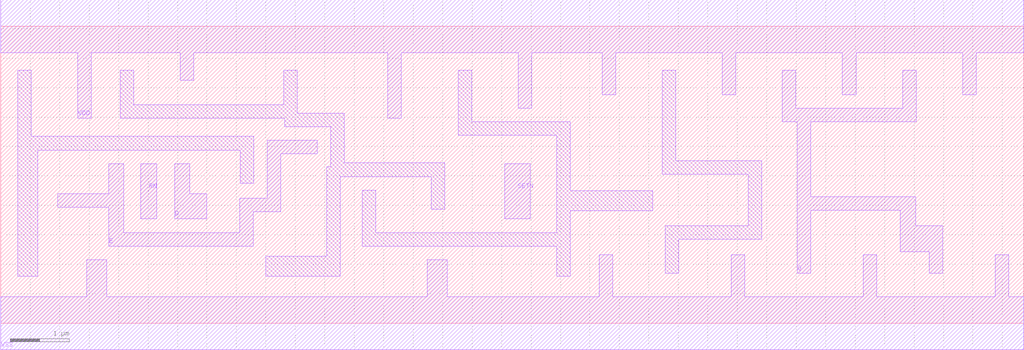
<source format=lef>
# Copyright 2022 GlobalFoundries PDK Authors
#
# Licensed under the Apache License, Version 2.0 (the "License");
# you may not use this file except in compliance with the License.
# You may obtain a copy of the License at
#
#      http://www.apache.org/licenses/LICENSE-2.0
#
# Unless required by applicable law or agreed to in writing, software
# distributed under the License is distributed on an "AS IS" BASIS,
# WITHOUT WARRANTIES OR CONDITIONS OF ANY KIND, either express or implied.
# See the License for the specific language governing permissions and
# limitations under the License.

MACRO gf180mcu_fd_sc_mcu9t5v0__latrsnq_4
  CLASS core ;
  FOREIGN gf180mcu_fd_sc_mcu9t5v0__latrsnq_4 0.0 0.0 ;
  ORIGIN 0 0 ;
  SYMMETRY X Y ;
  SITE GF018hv5v_green_sc9 ;
  SIZE 17.36 BY 5.04 ;
  PIN D
    DIRECTION INPUT ;
    ANTENNAGATEAREA 0.92 ;
    PORT
      LAYER Metal1 ;
        POLYGON 2.95 1.77 3.5 1.77 3.5 2.195 3.21 2.195 3.21 2.71 2.95 2.71  ;
    END
  END D
  PIN E
    DIRECTION INPUT ;
    USE clock ;
    ANTENNAGATEAREA 2.084 ;
    PORT
      LAYER Metal1 ;
        POLYGON 0.97 1.965 1.83 1.965 1.83 1.31 4.285 1.31 4.285 1.89 4.755 1.89 4.755 2.875 5.37 2.875 5.37 3.105 4.525 3.105 4.525 2.12 4.055 2.12 4.055 1.54 2.09 1.54 2.09 2.71 1.83 2.71 1.83 2.195 0.97 2.195  ;
    END
  END E
  PIN RN
    DIRECTION INPUT ;
    ANTENNAGATEAREA 1.34 ;
    PORT
      LAYER Metal1 ;
        POLYGON 2.375 1.77 2.65 1.77 2.65 2.71 2.375 2.71  ;
    END
  END RN
  PIN SETN
    DIRECTION INPUT ;
    ANTENNAGATEAREA 1.164 ;
    PORT
      LAYER Metal1 ;
        POLYGON 8.55 1.77 8.985 1.77 8.985 2.71 8.55 2.71  ;
    END
  END SETN
  PIN Q
    DIRECTION OUTPUT ;
    ANTENNADIFFAREA 3.276 ;
    PORT
      LAYER Metal1 ;
        POLYGON 13.265 3.42 13.515 3.42 13.515 0.845 13.745 0.845 13.745 1.92 15.27 1.92 15.27 1.21 15.755 1.21 15.755 0.845 15.985 0.845 15.985 1.655 15.53 1.655 15.53 2.15 13.745 2.15 13.745 3.42 15.535 3.42 15.535 4.29 15.305 4.29 15.305 3.65 13.495 3.65 13.495 4.29 13.265 4.29  ;
    END
  END Q
  PIN VDD
    DIRECTION INOUT ;
    USE power ;
    SHAPE ABUTMENT ;
    PORT
      LAYER Metal1 ;
        POLYGON 0 4.59 1.305 4.59 1.305 3.48 1.535 3.48 1.535 4.59 3.045 4.59 3.045 4.12 3.275 4.12 3.275 4.59 6.565 4.59 6.565 3.48 6.795 3.48 6.795 4.59 7.535 4.59 8.785 4.59 8.785 3.65 9.015 3.65 9.015 4.59 10.205 4.59 10.205 3.88 10.435 3.88 10.435 4.59 11.065 4.59 12.245 4.59 12.245 3.88 12.475 3.88 12.475 4.59 12.915 4.59 14.285 4.59 14.285 3.88 14.515 3.88 14.515 4.59 16.325 4.59 16.325 3.88 16.555 3.88 16.555 4.59 17.36 4.59 17.36 5.49 12.915 5.49 11.065 5.49 7.535 5.49 0 5.49  ;
    END
  END VDD
  PIN VSS
    DIRECTION INOUT ;
    USE ground ;
    SHAPE ABUTMENT ;
    PORT
      LAYER Metal1 ;
        POLYGON 0 -0.45 17.36 -0.45 17.36 0.45 17.105 0.45 17.105 1.165 16.875 1.165 16.875 0.45 14.865 0.45 14.865 1.165 14.635 1.165 14.635 0.45 12.625 0.45 12.625 1.165 12.395 1.165 12.395 0.45 10.385 0.45 10.385 1.165 10.155 1.165 10.155 0.45 7.58 0.45 7.58 1.08 7.24 1.08 7.24 0.45 1.8 0.45 1.8 1.08 1.46 1.08 1.46 0.45 0 0.45  ;
    END
  END VSS
  OBS
      LAYER Metal1 ;
        POLYGON 0.285 0.795 0.625 0.795 0.625 2.94 4.065 2.94 4.065 2.38 4.295 2.38 4.295 3.17 0.515 3.17 0.515 4.29 0.285 4.29  ;
        POLYGON 2.025 3.48 4.82 3.48 4.82 3.335 5.6 3.335 5.6 2.655 5.535 2.655 5.535 1.135 4.495 1.135 4.495 0.795 5.765 0.795 5.765 2.49 7.305 2.49 7.305 1.935 7.535 1.935 7.535 2.72 5.83 2.72 5.83 3.565 5.035 3.565 5.035 4.29 4.805 4.29 4.805 3.71 2.255 3.71 2.255 4.29 2.025 4.29  ;
        POLYGON 7.765 3.19 9.435 3.19 9.435 1.54 6.365 1.54 6.365 2.26 6.135 2.26 6.135 1.31 9.435 1.31 9.435 0.795 9.665 0.795 9.665 1.91 11.065 1.91 11.065 2.25 9.665 2.25 9.665 3.42 7.995 3.42 7.995 4.29 7.765 4.29  ;
        POLYGON 11.225 2.53 12.685 2.53 12.685 1.655 11.275 1.655 11.275 0.845 11.505 0.845 11.505 1.425 12.915 1.425 12.915 2.76 11.455 2.76 11.455 4.29 11.225 4.29  ;
  END
END gf180mcu_fd_sc_mcu9t5v0__latrsnq_4

</source>
